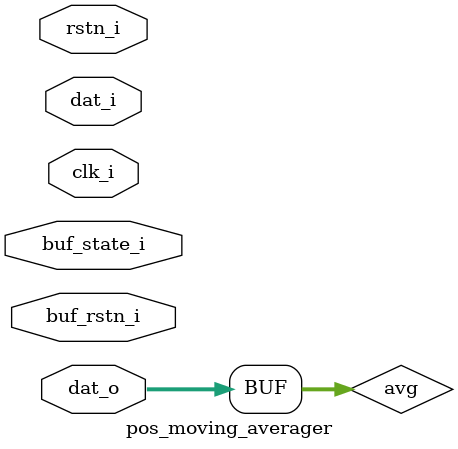
<source format=v>
`timescale 1ns / 1ps


module pos_moving_averager(
    input [14-1:0]  dat_i,
    input [14-1:0]  dat_o,
    input           clk_i,
    input           rstn_i,
    input [3-1:0]   buf_state_i,
    input	     buf_rstn_i		
    );
    
/////////////////////////////
///CREATING MOVING AVERAGE///
/////////////////////////////
reg [14-1:0] avg_buf [0:64-1];
reg [14-1:0] avg;
reg [14-1:0] old_val;

reg [22-1:0] sum;

reg [7-1:0] w_pnt = 7'd0; // as we have up to 64 elements in avg_buf,
reg [7-1:0] r_pnt = 7'd1; // the pointers can be in the range 0-64 (always one extra element needed)

always @(posedge clk_i)
begin
    if (buf_rstn_i) begin
        sum <= 22'd0;
    end
    else begin
        if ($signed(dat_i) > 0)
            avg_buf[w_pnt] <= $signed(dat_i);
        else
            avg_buf[w_pnt] <= 14'd0;
            
        old_val <= $signed(avg_buf[r_pnt]);
        
        sum <= $signed(sum) + $signed(dat_i) - $signed(old_val);
    end
    
    case(buf_state_i)
        3'b000: begin avg <= $signed(dat_i); end
        3'b001: begin avg <= $signed({sum[15-1:1]}); end // division by 2
        3'b010: begin avg <= $signed({sum[16-1:2]}); end // division by 4
        3'b011: begin avg <= $signed({sum[17-1:3]}); end // division by 8
        3'b100: begin avg <= $signed({sum[18-1:4]}); end // division by 16
        3'b101: begin avg <= $signed({sum[19-1:5]}); end // division by 32
        3'b110: begin avg <= $signed({sum[20-1:6]}); end // division by 64
    endcase
   
end
assign dat_o = $signed(avg);

reg [7-1:0] max_val = 7'd64;

always @(posedge clk_i)
begin
    if (buf_rstn_i) begin
        w_pnt = 7'd0;
        r_pnt = 7'd1;
    end
	
    
    case(buf_state_i)
    	3'b001: begin max_val <= 7'd1; end // division by 2
    	3'b010: begin max_val <= 7'd3; end // division by 4
    	3'b011: begin max_val <= 7'd7; end // division by 8
    	3'b100: begin max_val <= 7'd15; end // division by 16
    	3'b101: begin max_val <= 7'd31; end // division by 32
    	3'b110: begin max_val <= 7'd63; end // division by 64
    endcase
    
    // note that both pointers move 1 step
    // per clk cycle; however, r_pnt is 1 step ahead
    if (w_pnt == max_val) begin
    	w_pnt <= 7'd0;
    end
    else begin
    	w_pnt <= w_pnt + 7'd1;
    end
    
    if (r_pnt == max_val) begin
    	r_pnt <= 7'd0;
    end
    else begin
    	r_pnt <= r_pnt + 7'd1;
    end
end


    
endmodule

</source>
